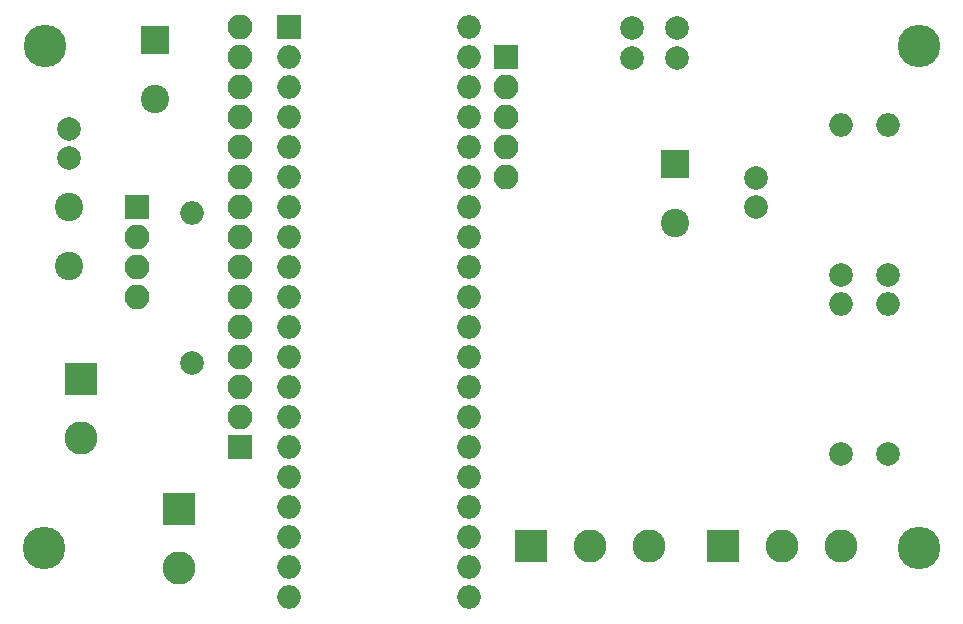
<source format=gbs>
G04 #@! TF.FileFunction,Soldermask,Bot*
%FSLAX46Y46*%
G04 Gerber Fmt 4.6, Leading zero omitted, Abs format (unit mm)*
G04 Created by KiCad (PCBNEW 4.0.7) date Wed Oct 25 19:06:34 2017*
%MOMM*%
%LPD*%
G01*
G04 APERTURE LIST*
%ADD10C,0.100000*%
%ADD11C,2.000000*%
%ADD12R,2.400000X2.400000*%
%ADD13C,2.400000*%
%ADD14R,2.800000X2.800000*%
%ADD15C,2.800000*%
%ADD16R,2.100000X2.100000*%
%ADD17O,2.100000X2.100000*%
%ADD18O,2.000000X2.000000*%
%ADD19R,2.000000X2.000000*%
%ADD20C,3.600000*%
G04 APERTURE END LIST*
D10*
D11*
X23450000Y-31150000D03*
X23450000Y-33650000D03*
D12*
X30750000Y-23650000D03*
D13*
X30750000Y-28650000D03*
X23450000Y-37800000D03*
X23450000Y-42800000D03*
D14*
X32750000Y-63300000D03*
D15*
X32750000Y-68300000D03*
D14*
X24450000Y-52300000D03*
D15*
X24450000Y-57300000D03*
D11*
X81650000Y-35300000D03*
X81650000Y-37800000D03*
D12*
X74750000Y-34100000D03*
D13*
X74750000Y-39100000D03*
D11*
X74900000Y-25150000D03*
X74900000Y-22650000D03*
X71150000Y-25150000D03*
X71150000Y-22650000D03*
D16*
X29200000Y-37800000D03*
D17*
X29200000Y-40340000D03*
X29200000Y-42880000D03*
X29200000Y-45420000D03*
D11*
X33850000Y-51000000D03*
D18*
X33850000Y-38300000D03*
D11*
X88850000Y-43500000D03*
D18*
X88850000Y-30800000D03*
D11*
X88850000Y-58700000D03*
D18*
X88850000Y-46000000D03*
D11*
X92750000Y-43500000D03*
D18*
X92750000Y-30800000D03*
D11*
X92750000Y-58700000D03*
D18*
X92750000Y-46000000D03*
D14*
X62550000Y-66500000D03*
D15*
X67550000Y-66500000D03*
X72550000Y-66500000D03*
D14*
X78850000Y-66500000D03*
D15*
X83850000Y-66500000D03*
X88850000Y-66500000D03*
D19*
X42050000Y-22550000D03*
D18*
X57290000Y-70810000D03*
X42050000Y-25090000D03*
X57290000Y-68270000D03*
X42050000Y-27630000D03*
X57290000Y-65730000D03*
X42050000Y-30170000D03*
X57290000Y-63190000D03*
X42050000Y-32710000D03*
X57290000Y-60650000D03*
X42050000Y-35250000D03*
X57290000Y-58110000D03*
X42050000Y-37790000D03*
X57290000Y-55570000D03*
X42050000Y-40330000D03*
X57290000Y-53030000D03*
X42050000Y-42870000D03*
X57290000Y-50490000D03*
X42050000Y-45410000D03*
X57290000Y-47950000D03*
X42050000Y-47950000D03*
X57290000Y-45410000D03*
X42050000Y-50490000D03*
X57290000Y-42870000D03*
X42050000Y-53030000D03*
X57290000Y-40330000D03*
X42050000Y-55570000D03*
X57290000Y-37790000D03*
X42050000Y-58110000D03*
X57290000Y-35250000D03*
X42050000Y-60650000D03*
X57290000Y-32710000D03*
X42050000Y-63190000D03*
X57290000Y-30170000D03*
X42050000Y-65730000D03*
X57290000Y-27630000D03*
X42050000Y-68270000D03*
X57290000Y-25090000D03*
X42050000Y-70810000D03*
X57290000Y-22550000D03*
D20*
X95450000Y-24100000D03*
X95375000Y-66600000D03*
X21450000Y-24100000D03*
X21350000Y-66600000D03*
D16*
X37950000Y-58050000D03*
D17*
X37950000Y-55510000D03*
X37950000Y-52970000D03*
X37950000Y-50430000D03*
X37950000Y-47890000D03*
X37950000Y-45350000D03*
X37950000Y-42810000D03*
X37950000Y-40270000D03*
X37950000Y-37730000D03*
X37950000Y-35190000D03*
X37950000Y-32650000D03*
X37950000Y-30110000D03*
X37950000Y-27570000D03*
X37950000Y-25030000D03*
X37950000Y-22490000D03*
D16*
X60450000Y-25100000D03*
D17*
X60450000Y-27640000D03*
X60450000Y-30180000D03*
X60450000Y-32720000D03*
X60450000Y-35260000D03*
M02*

</source>
